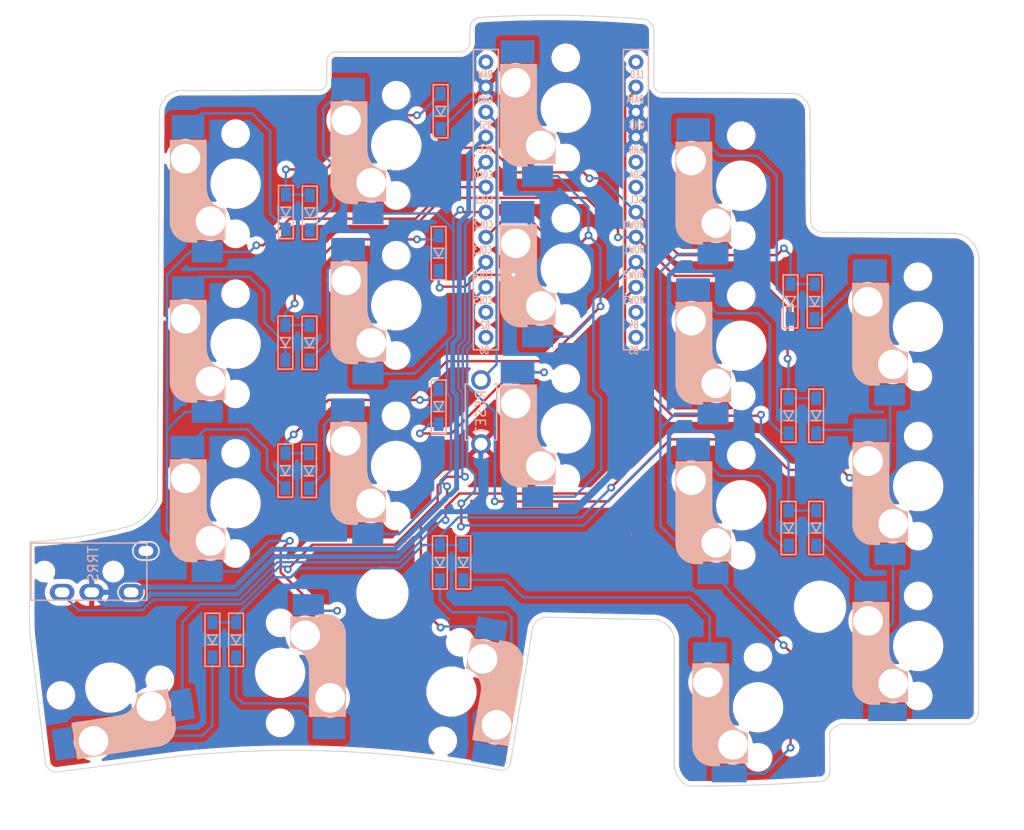
<source format=kicad_pcb>
(kicad_pcb (version 20211014) (generator pcbnew)
  (layers (0 "F.Cu" signal) (31 "B.Cu" signal) (34 "B.Paste" user) (35 "F.Paste" user) (36 "B.SilkS" user "B.Silkscreen") (37 "F.SilkS" user "F.Silkscreen") (38 "B.Mask" user) (39 "F.Mask" user) (44 "Edge.Cuts" user))
  (net 0 "")
  (net 1 "Net-(D1-Pad1)")
  (net 2 "row3")
  (net 3 "Net-(D2-Pad1)")
  (net 4 "row0")
  (net 5 "Net-(D3-Pad1)")
  (net 6 "row1")
  (net 7 "Net-(D4-Pad1)")
  (net 8 "row2")
  (net 9 "Net-(D5-Pad1)")
  (net 10 "Net-(D6-Pad1)")
  (net 11 "Net-(D7-Pad1)")
  (net 12 "Net-(D8-Pad1)")
  (net 13 "Net-(D9-Pad1)")
  (net 14 "Net-(D10-Pad1)")
  (net 15 "Net-(D11-Pad1)")
  (net 16 "Net-(D12-Pad1)")
  (net 17 "Net-(D14-Pad1)")
  (net 18 "Net-(D15-Pad1)")
  (net 19 "Net-(D16-Pad1)")
  (net 20 "Net-(D17-Pad1)")
  (net 21 "Net-(D18-Pad1)")
  (net 22 "Net-(D19-Pad1)")
  (net 23 "Net-(D13-Pad1)")
  (net 24 "VCC")
  (net 26 "data")
  (net 27 "GND")
  (net 28 "reset")
  (net 29 "col0")
  (net 30 "col1")
  (net 31 "col2")
  (net 32 "col3")
  (net 33 "col4")
  (net 34 "col5")
  (footprint "kbd:ProMicro_v2_1side" (layer "F.Cu") (at 191.655 37.575)
    (fp_text reference "U1" hide)
    (fp_text value "ProMicro" hide)
  )
  (footprint "kbd:CherryMX_Hotswap" (layer "F.Cu") (at 211.700001 88.6 90)
    (fp_text reference "SW16" hide)
    (fp_text value "SW_PUSH" hide)
  )
  (footprint "kbd:CherryMX_Hotswap" (layer "F.Cu") (at 227.950001 82.375 90)
    (fp_text reference "SW19" hide)
    (fp_text value "SW_PUSH" hide)
  )
  (footprint "kbd:CherryMX_Hotswap" (layer "F.Cu") (at 210 51.900001 90)
    (fp_text reference "SW14" hide)
    (fp_text value "SW_PUSH" hide)
  )
  (footprint "kbd:CherryMX_Hotswap" (layer "F.Cu") (at 192.2 60.3 90)
    (fp_text reference "SW12" hide)
    (fp_text value "SW_PUSH" hide)
  )
  (footprint "kbd:CherryMX_Hotswap" (layer "F.Cu") (at 158.699999 51.703179 90)
    (fp_text reference "SW3" hide)
    (fp_text value "SW_PUSH" hide)
  )
  (footprint "kbd:CherryMX_Hotswap" (layer "F.Cu") (at 210 35.65 90)
    (fp_text reference "SW13" hide)
    (fp_text value "SW_PUSH" hide)
  )
  (footprint "kbd:CherryMX_Hotswap" (layer "F.Cu") (at 174.975 64.1 90)
    (fp_text reference "SW8" hide)
    (fp_text value "SW_PUSH" hide)
  )
  (footprint "kbd:CherryMX_Hotswap" (layer "F.Cu") (at 175 47.803179 90)
    (fp_text reference "SW7" hide)
    (fp_text value "SW_PUSH" hide)
  )
  (footprint "kbd:CherryMX_Hotswap" (layer "F.Cu") (at 175 31.553179 90)
    (fp_text reference "SW6" hide)
    (fp_text value "SW_PUSH" hide)
  )
  (footprint "kbd:CherryMX_Hotswap" (layer "F.Cu") (at 158.699999 35.453179 90)
    (fp_text reference "SW2" hide)
    (fp_text value "SW_PUSH" hide)
  )
  (footprint "kbd:CherryMX_Hotswap" (layer "F.Cu") (at 158.699999 67.9 90)
    (fp_text reference "SW4" hide)
    (fp_text value "SW_PUSH" hide)
  )
  (footprint "kbd:M2_HOLE_v2" (layer "F.Cu") (at 218 78.4)
    (fp_text reference "Ref**" hide)
    (fp_text value "Val**" hide)
  )
  (footprint "" (layer "F.Cu") (at 173.6 77)
    (fp_text reference "")
    (fp_text value "")
  )
  (footprint "my_originakl:logo_bean" (layer "F.Cu") (at 200.631334 73.8775)
    (fp_text reference "G***" hide)
    (fp_text value "LOGO" hide)
  )
  (footprint "kbd:CherryMX_Hotswap" (layer "F.Cu") (at 210 68.096821 90)
    (fp_text reference "SW15" hide)
    (fp_text value "SW_PUSH" hide)
  )
  (footprint "kbd:CherryMX_Hotswap" (layer "F.Cu") (at 192.2 27.753179 90)
    (fp_text reference "SW10" hide)
    (fp_text value "SW_PUSH" hide)
  )
  (footprint "kbd:M2_HOLE_v2" (layer "F.Cu") (at 219.4 38)
    (fp_text reference "Ref**" hide)
    (fp_text value "Val**" hide)
  )
  (footprint "kbd:CherryMX_Hotswap" (layer "F.Cu") (at 192.2 44.05 90)
    (fp_text reference "SW11" hide)
    (fp_text value "SW_PUSH" hide)
  )
  (footprint "kbd:CherryMX_Hotswap" (layer "F.Cu") (at 227.925001 49.975 90)
    (fp_text reference "SW17" hide)
    (fp_text value "SW_PUSH" hide)
  )
  (footprint "kbd:CherryMX_Hotswap" (layer "F.Cu") (at 227.950001 66.15 90)
    (fp_text reference "SW18" hide)
    (fp_text value "SW_PUSH" hide)
  )
  (footprint "kbd:CherryMX_Hotswap" (layer "B.Cu") (at 163.217846 85.103179 90)
    (fp_text reference "SW5" hide)
    (fp_text value "SW_PUSH" hide)
  )
  (footprint "my_originakl:logo_MOLKS" (layer "B.Cu") (at 189.708303 79.094199 180)
    (fp_text reference "G***" hide)
    (fp_text value "LOGO" hide)
  )
  (footprint "kbd:CherryMX_Hotswap" (layer "B.Cu") (at 146 86.6 9)
    (fp_text reference "SW1" hide)
    (fp_text value "SW_PUSH" hide)
  )
  (footprint "kbd:D3_SMD_v2" (layer "B.Cu") (at 158.75 81.75 90)
    (fp_text reference "D5" hide)
    (fp_text value "DIODE" hide)
  )
  (footprint "kbd:D3_SMD_v2" (layer "B.Cu") (at 163.75 51.575 90)
    (fp_text reference "D3" hide)
    (fp_text value "DIODE" hide)
  )
  (footprint "kbd:D3_SMD_v2" (layer "B.Cu") (at 214.8 59 90)
    (fp_text reference "D14" hide)
    (fp_text value "DIODE" hide)
  )
  (footprint "kbd:D3_SMD_v2" (layer "B.Cu") (at 179.425 73.9 90)
    (fp_text reference "D9" hide)
    (fp_text value "DIODE" hide)
  )
  (footprint "kbd:D3_SMD_v2" (layer "B.Cu") (at 156.35 81.75 90)
    (fp_text reference "D1" hide)
    (fp_text value "DIODE" hide)
  )
  (footprint "kbd:D3_SMD_v2" (layer "B.Cu") (at 214.8 70.4 90)
    (fp_text reference "D15" hide)
    (fp_text value "DIODE" hide)
  )
  (footprint "kbd:D3_SMD_v2" (layer "B.Cu") (at 217.45 47.4 90)
    (fp_text reference "D17" hide)
    (fp_text value "DIODE" hide)
  )
  (footprint "kbd:D3_SMD_v2" (layer "B.Cu") (at 217.6 59 90)
    (fp_text reference "D18" hide)
    (fp_text value "DIODE" hide)
  )
  (footprint "kbd:D3_SMD_v2" (layer "B.Cu") (at 163.75 64.575 90)
    (fp_text reference "D4" hide)
    (fp_text value "DIODE" hide)
  )
  (footprint "kbd:ResetSW_1side" (layer "B.Cu") (at 183.6 58.625 90)
    (fp_text reference "SW20" hide)
    (fp_text value "RESET_SW")
  )
  (footprint "kbd:D3_SMD_v2" (layer "B.Cu") (at 181.8 73.9 90)
    (fp_text reference "D16" hide)
    (fp_text value "DIODE" hide)
  )
  (footprint "kbd:D3_SMD_v2" (layer "B.Cu") (at 166.2 51.6 90)
    (fp_text reference "D7" hide)
    (fp_text value "DIODE" hide)
  )
  (footprint "kbd:CherryMX_Hotswap" (layer "B.Cu") (at 180.6 87 80)
    (fp_text reference "SW9" hide)
    (fp_text value "SW_PUSH" hide)
  )
  (footprint "kbd:D3_SMD_v2" (layer "B.Cu") (at 179.5 28.1 90)
    (fp_text reference "D10" hide)
    (fp_text value "DIODE" hide)
  )
  (footprint "kbd:D3_SMD_v2" (layer "B.Cu") (at 179.3 58.075 90)
    (fp_text reference "D12" hide)
    (fp_text value "DIODE" hide)
  )
  (footprint "kbd:D3_SMD_v2" (layer "B.Cu") (at 217.6 70.4 90)
    (fp_text reference "D19" hide)
    (fp_text value "DIODE" hide)
  )
  (footprint "kbd:D3_SMD_v2" (layer "B.Cu") (at 166.225 38.4 90)
    (fp_text reference "D6" hide)
    (fp_text value "DIODE" hide)
  )
  (footprint "kbd:MJ-4PP-9_1side" (layer "B.Cu") (at 137.8 74.825 -90)
    (fp_text reference "J1")
    (fp_text value "TRRS_MJ-4PP-9" hide)
  )
  (footprint "kbd:D3_SMD_v2" (layer "B.Cu") (at 215 47.4 90)
    (fp_text reference "D13" hide)
    (fp_text value "DIODE" hide)
  )
  (footprint "kbd:D3_SMD_v2" (layer "B.Cu") (at 163.8 38.325 90)
    (fp_text reference "D2" hide)
    (fp_text value "DIODE" hide)
  )
  (footprint "kbd:D3_SMD_v2" (layer "B.Cu") (at 179.3 42.5 90)
    (fp_text reference "D11" hide)
    (fp_text value "DIODE" hide)
  )
  (footprint "kbd:D3_SMD_v2" (layer "B.Cu") (at 166.15 64.6 90)
    (fp_text reference "D8" hide)
    (fp_text value "DIODE" hide)
  )
  (gr_arc (start 150.975 28.15) (mid 151.756847 26.530636) (end 153.475 26) (layer "Edge.Cuts") (width 0.1))
  (gr_arc (start 186.6 94.2) (mid 186.258507 94.798135) (end 185.6 95) (layer "Edge.Cuts") (width 0.1))
  (gr_line (start 218.241995 40.375457) (end 231.765926 40.491692) (layer "Edge.Cuts") (width 0.1))
  (gr_line (start 153.475 26) (end 167.125 25.95) (layer "Edge.Cuts") (width 0.1))
  (gr_arc (start 182.475 19.65) (mid 182.784729 18.91916) (end 183.5 18.575) (layer "Edge.Cuts") (width 0.1))
  (gr_arc (start 182.475 21.175) (mid 182.181192 21.765483) (end 181.6 22.075) (layer "Edge.Cuts") (width 0.1))
  (gr_line (start 203.2 81.6) (end 203.2 94.6) (layer "Edge.Cuts") (width 0.1))
  (gr_arc (start 218.25 96.1) (mid 211.43 96.486499) (end 204.6 96.6) (layer "Edge.Cuts") (width 0.1))
  (gr_arc (start 201.175 79.7) (mid 202.526549 80.288644) (end 203.2 81.6) (layer "Edge.Cuts") (width 0.1))
  (gr_arc (start 147.925 70.225) (mid 142.91476 71.267467) (end 137.825 71.8) (layer "Edge.Cuts") (width 0.1))
  (gr_line (start 188.8 80.8) (end 186.6 94.2) (layer "Edge.Cuts") (width 0.1))
  (gr_arc (start 150.775 67.55) (mid 149.607833 69.162201) (end 147.925 70.225) (layer "Edge.Cuts") (width 0.1))
  (gr_arc (start 167.95 22.975) (mid 168.302472 22.27618) (end 169.05 22.075) (layer "Edge.Cuts") (width 0.1))
  (gr_arc (start 188.8 80.8) (mid 189.175679 79.925604) (end 190 79.45) (layer "Edge.Cuts") (width 0.1))
  (gr_arc (start 231.765926 40.491692) (mid 233.344671 41.284137) (end 234.1125 42.875) (layer "Edge.Cuts") (width 0.1))
  (gr_line (start 150.975 28.15) (end 150.775 67.55) (layer "Edge.Cuts") (width 0.1))
  (gr_line (start 137.85 81.2) (end 139.4 94.217336) (layer "Edge.Cuts") (width 0.1))
  (gr_line (start 233.075 90.3) (end 220.7 90.3) (layer "Edge.Cuts") (width 0.1))
  (gr_line (start 201.15 19.875) (end 201.15 25.432714) (layer "Edge.Cuts") (width 0.1))
  (gr_arc (start 137.85 81.2) (mid 137.789581 79.450506) (end 137.8 77.7) (layer "Edge.Cuts") (width 0.1))
  (gr_arc (start 140.525 95.175) (mid 139.786665 94.902727) (end 139.4 94.217336) (layer "Edge.Cuts") (width 0.1))
  (gr_arc (start 219 95) (mid 218.808779 95.675304) (end 218.25 96.1) (layer "Edge.Cuts") (width 0.1))
  (gr_line (start 169.05 22.075) (end 181.6 22.075) (layer "Edge.Cuts") (width 0.1))
  (gr_line (start 234.0875 89.261701) (end 234.1125 42.875) (layer "Edge.Cuts") (width 0.1))
  (gr_arc (start 204.6 96.6) (mid 203.659455 95.768382) (end 203.2 94.6) (layer "Edge.Cuts") (width 0.1))
  (gr_line (start 190 79.45) (end 201.175 79.7) (layer "Edge.Cuts") (width 0.1))
  (gr_arc (start 234.0875 89.261701) (mid 233.744613 89.940154) (end 233.075 90.3) (layer "Edge.Cuts") (width 0.1))
  (gr_arc (start 218.241995 40.375457) (mid 217.4 40) (end 217.041995 39.150457) (layer "Edge.Cuts") (width 0.1))
  (gr_arc (start 200 18.75) (mid 200.784582 19.098254) (end 201.15 19.875) (layer "Edge.Cuts") (width 0.1))
  (gr_arc (start 167.95 25.15) (mid 167.704777 25.722505) (end 167.125 25.95) (layer "Edge.Cuts") (width 0.1))
  (gr_line (start 137.8 77.7) (end 137.825 71.8) (layer "Edge.Cuts") (width 0.1))
  (gr_arc (start 183.5 18.575) (mid 191.753268 18.354338) (end 200 18.75) (layer "Edge.Cuts") (width 0.1))
  (gr_arc (start 215.45 26.2875) (mid 216.444066 26.87475) (end 216.975 27.9) (layer "Edge.Cuts") (width 0.1))
  (gr_line (start 182.475 21.175) (end 182.475 19.65) (layer "Edge.Cuts") (width 0.1))
  (gr_line (start 140.525 95.175) (end 152.675 93.6) (layer "Edge.Cuts") (width 0.1))
  (gr_arc (start 152.675 93.6) (mid 169.18976 93.070954) (end 185.6 95) (layer "Edge.Cuts") (width 0.1))
  (gr_line (start 218.975 91.2) (end 219 95) (layer "Edge.Cuts") (width 0.1))
  (gr_line (start 167.95 25.15) (end 167.95 22.975) (layer "Edge.Cuts") (width 0.1))
  (gr_line (start 202.2 26.2125) (end 215.45 26.2875) (layer "Edge.Cuts") (width 0.1))
  (gr_line (start 216.975 27.9) (end 217.041995 39.150457) (layer "Edge.Cuts") (width 0.1))
  (gr_arc (start 202.2 26.2125) (mid 201.504476 26.052221) (end 201.15 25.432714) (layer "Edge.Cuts") (width 0.1))
  (gr_arc (start 218.975 91.2) (mid 219.680355 90.448806) (end 220.7 90.3) (layer "Edge.Cuts") (width 0.1))
  (segment (start 141.248153 91.351847) (end 141.248153 92.303067) (width 0.25) (layer "B.Cu") (net 1))
  (segment (start 155.3 91.5) (end 147.5 91.5) (width 0.25) (layer "B.Cu") (net 1))
  (segment (start 147.5 91.5) (end 146.1 90.1) (width 0.25) (layer "B.Cu") (net 1))
  (segment (start 156.35 90.45) (end 155.3 91.5) (width 0.25) (layer "B.Cu") (net 1))
  (segment (start 142.5 90.1) (end 141.248153 91.351847) (width 0.25) (layer "B.Cu") (net 1))
  (segment (start 156.35 83.525) (end 156.35 90.45) (width 0.25) (layer "B.Cu") (net 1))
  (segment (start 146.1 90.1) (end 142.5 90.1) (width 0.25) (layer "B.Cu") (net 1))
  (segment (start 198.2 47.0684) (end 199.3114 45.957) (width 0.25) (layer "F.Cu") (net 2))
  (segment (start 198.2 64.901376) (end 198.2 47.0684) (width 0.25) (layer "F.Cu") (net 2))
  (segment (start 196.800688 66.300688) (end 198.2 64.901376) (width 0.25) (layer "F.Cu") (net 2))
  (via (at 196.800688 66.300688) (size 0.8) (drill 0.4) (layers "F.Cu" "B.Cu") (net 2))
  (segment (start 179.425 72.125) (end 181.8 72.125) (width 0.25) (layer "B.Cu") (net 2))
  (segment (start 156.35 79.975) (end 158.75 79.975) (width 0.25) (layer "B.Cu") (net 2))
  (segment (start 165.225001 74.474999) (end 175.361397 74.474999) (width 0.25) (layer "B.Cu") (net 2))
  (segment (start 193.775376 69.326) (end 181.299805 69.326) (width 0.25) (layer "B.Cu") (net 2))
  (segment (start 162.7 75.4) (end 164.3 75.4) (width 0.25) (layer "B.Cu") (net 2))
  (segment (start 158.75 79.35) (end 162.7 75.4) (width 0.25) (layer "B.Cu") (net 2))
  (segment (start 164.3 75.4) (end 165.225001 74.474999) (width 0.25) (layer "B.Cu") (net 2))
  (segment (start 181.299805 69.326) (end 179.425 71.200805) (width 0.25) (layer "B.Cu") (net 2))
  (segment (start 177.711396 72.125) (end 179.425 72.125) (width 0.25) (layer "B.Cu") (net 2))
  (segment (start 158.75 79.975) (end 158.75 79.35) (width 0.25) (layer "B.Cu") (net 2))
  (segment (start 175.361397 74.474999) (end 177.711396 72.125) (width 0.25) (layer "B.Cu") (net 2))
  (segment (start 179.425 71.200805) (end 179.425 72.125) (width 0.25) (layer "B.Cu") (net 2))
  (segment (start 196.800688 66.300688) (end 193.775376 69.326) (width 0.25) (layer "B.Cu") (net 2))
  (segment (start 153.873999 29.677179) (end 155.238422 28.312756) (width 0.25) (layer "B.Cu") (net 3))
  (segment (start 162.2 38.5) (end 163.8 40.1) (width 0.25) (layer "B.Cu") (net 3))
  (segment (start 155.238422 28.312756) (end 160.387244 28.312756) (width 0.25) (layer "B.Cu") (net 3))
  (segment (start 160.387244 28.312756) (end 162.2 30.125512) (width 0.25) (layer "B.Cu") (net 3))
  (segment (start 162.2 30.125512) (end 162.2 38.5) (width 0.25) (layer "B.Cu") (net 3))
  (segment (start 163.8 34) (end 167.843644 34) (width 0.25) (layer "F.Cu") (net 4))
  (segment (start 179.104 31.804) (end 175.8 28.5) (width 0.25) (layer "F.Cu") (net 4))
  (segment (start 203.66996 42.69556) (end 199.3114 38.337) (width 0.25) (layer "F.Cu") (net 4))
  (segment (start 187.037651 34.3) (end 184.541651 31.804) (width 0.25) (layer "F.Cu") (net 4))
  (segment (start 194.6 34.9) (end 194 34.3) (width 0.25) (layer "F.Cu") (net 4))
  (segment (start 213.62894 42.69556) (end 203.66996 42.69556) (width 0.25) (layer "F.Cu") (net 4))
  (segment (start 194 34.3) (end 187.037651 34.3) (width 0.25) (layer "F.Cu") (net 4))
  (segment (start 184.541651 31.804) (end 179.104 31.804) (width 0.25) (layer "F.Cu") (net 4))
  (segment (start 167.843644 34) (end 173.343644 28.5) (width 0.25) (layer "F.Cu") (net 4))
  (segment (start 175.8 28.5) (end 177.1 28.5) (width 0.25) (layer "F.Cu") (net 4))
  (segment (start 173.343644 28.5) (end 175.8 28.5) (width 0.25) (layer "F.Cu") (net 4))
  (segment (start 214.3245 42) (end 213.62894 42.69556) (width 0.25) (layer "F.Cu") (net 4))
  (via (at 177.1 28.5) (size 0.8) (drill 0.4) (layers "F.Cu" "B.Cu") (net 4))
  (via (at 163.8 34) (size 0.8) (drill 0.4) (layers "F.Cu" "B.Cu") (net 4))
  (via (at 214.3245 42) (size 0.8) (drill 0.4) (layers "F.Cu" "B.Cu") (net 4))
  (via (at 194.6 34.9) (size 0.8) (drill 0.4) (layers "F.Cu" "B.Cu") (net 4))
  (segment (start 194.6 34.9) (end 195.8744 34.9) (width 0.25) (layer "B.Cu") (net 4))
  (segment (start 166.15 36.55) (end 166.225 36.625) (width 0.25) (layer "B.Cu") (net 4))
  (segment (start 177.1 28.5) (end 177.325 28.5) (width 0.25) (layer "B.Cu") (net 4))
  (segment (start 215 42.6755) (end 214.3245 42) (width 0.25) (layer "B.Cu") (net 4))
  (segment (start 163.8 36.55) (end 166.15 36.55) (width 0.25) (layer "B.Cu") (net 4))
  (segment (start 177.325 28.5) (end 179.5 26.325) (width 0.25) (layer "B.Cu") (net 4))
  (segment (start 215 45.625) (end 217.45 45.625) (width 0.25) (layer "B.Cu") (net 4))
  (segment (start 195.8744 34.9) (end 199.3114 38.337) (width 0.25) (layer "B.Cu") (net 4))
  (segment (start 215 45.625) (end 215 42.6755) (width 0.25) (layer "B.Cu") (net 4))
  (segment (start 163.8 36.55) (end 163.8 34) (width 0.25) (layer "B.Cu") (net 4))
  (segment (start 161.6 49.5) (end 163.75 51.65) (width 0.25) (layer "B.Cu") (net 5))
  (segment (start 153.873999 45.990679) (end 154.009321 45.990679) (width 0.25) (layer "B.Cu") (net 5))
  (segment (start 154.009321 45.990679) (end 155.1 44.9) (width 0.25) (layer "B.Cu") (net 5))
  (segment (start 155.1 44.9) (end 160.1 44.9) (width 0.25) (layer "B.Cu") (net 5))
  (segment (start 161.6 46.4) (end 161.6 49.5) (width 0.25) (layer "B.Cu") (net 5))
  (segment (start 163.75 51.65) (end 163.75 53.35) (width 0.25) (layer "B.Cu") (net 5))
  (segment (start 160.1 44.9) (end 161.6 46.4) (width 0.25) (layer "B.Cu") (net 5))
  (segment (start 211.5 44.8) (end 214.7 48) (width 0.25) (layer "F.Cu") (net 6))
  (segment (start 175.5 41.1) (end 177.1 41.1) (width 0.25) (layer "F.Cu") (net 6))
  (segment (start 164.7 45.6) (end 169.2 41.1) (width 0.25) (layer "F.Cu") (net 6))
  (segment (start 194.284 36.884) (end 179.716 36.884) (width 0.25) (layer "F.Cu") (net 6))
  (segment (start 203.2344 44.8) (end 211.5 44.8) (width 0.25) (layer "F.Cu") (net 6))
  (segment (start 169.2 41.1) (end 175.5 41.1) (width 0.25) (layer "F.Cu") (net 6))
  (segment (start 164.7 47.6) (end 164.7 45.6) (width 0.25) (layer "F.Cu") (net 6))
  (segment (start 214.7 48) (end 214.7 53.2) (width 0.25) (layer "F.Cu") (net 6))
  (segment (start 197.4999 40.0999) (end 194.284 36.884) (width 0.25) (layer "F.Cu") (net 6))
  (segment (start 199.3114 40.877) (end 203.2344 44.8) (width 0.25) (layer "F.Cu") (net 6))
  (segment (start 179.716 36.884) (end 175.5 41.1) (width 0.25) (layer "F.Cu") (net 6))
  (segment (start 197.4999 40.9) (end 197.4999 40.0999) (width 0.25) (layer "F.Cu") (net 6))
  (via (at 164.7 47.6) (size 0.8) (drill 0.4) (layers "F.Cu" "B.Cu") (net 6))
  (via (at 177.1 41.1) (size 0.8) (drill 0.4) (layers "F.Cu" "B.Cu") (net 6))
  (via (at 197.4999 40.9) (size 0.8) (drill 0.4) (layers "F.Cu" "B.Cu") (net 6))
  (via (at 214.7 53.2) (size 0.8) (drill 0.4) (layers "F.Cu" "B.Cu") (net 6))
  (segment (start 178.925 41.1) (end 179.3 40.725) (width 0.25) (layer "B.Cu") (net 6))
  (segment (start 163.75 49.8) (end 163.75 48.55) (width 0.25) (layer "B.Cu") (net 6))
  (segment (start 166.175 49.8) (end 166.2 49.825) (width 0.25) (layer "B.Cu") (net 6))
  (segment (start 163.75 49.8) (end 166.175 49.8) (width 0.25) (layer "B.Cu") (net 6))
  (segment (start 214.8 57.225) (end 217.6 57.225) (width 0.25) (layer "B.Cu") (net 6))
  (segment (start 214.7 53.2) (end 214.8 53.3) (width 0.25) (layer "B.Cu") (net 6))
  (segment (start 163.75 48.55) (end 164.7 47.6) (width 0.25) (layer "B.Cu") (net 6))
  (segment (start 198.854 40.9) (end 198.877 40.877) (width 0.25) (layer "B.Cu") (net 6))
  (segment (start 198.877 40.877) (end 199.3114 40.877) (width 0.25) (layer "B.Cu") (net 6))
  (segment (start 177.1 41.1) (end 178.925 41.1) (width 0.25) (layer "B.Cu") (net 6))
  (segment (start 214.8 53.3) (end 214.8 57.225) (width 0.25) (layer "B.Cu") (net 6))
  (segment (start 197.4999 40.9) (end 198.854 40.9) (width 0.25) (layer "B.Cu") (net 6))
  (segment (start 159.897333 60.397333) (end 161.9 62.4) (width 0.25) (layer "B.Cu") (net 7))
  (segment (start 161.9 64.5) (end 163.75 66.35) (width 0.25) (layer "B.Cu") (net 7))
  (segment (start 155.600666 60.397333) (end 159.897333 60.397333) (width 0.25) (layer "B.Cu") (net 7))
  (segment (start 153.810499 62.1875) (end 155.600666 60.397333) (width 0.25) (layer "B.Cu") (net 7))
  (segment (start 161.9 62.4) (end 161.9 64.5) (width 0.25) (layer "B.Cu") (net 7))
  (segment (start 180.135707 53.464293) (end 176.2 57.4) (width 0.25) (layer "F.Cu") (net 8))
  (segment (start 200.5 56.5) (end 200.5 44.6056) (width 0.25) (layer "F.Cu") (net 8))
  (segment (start 164.6 60.9) (end 168.1 57.4) (width 0.25) (layer "F.Cu") (net 8))
  (segment (start 211.9 59) (end 203 59) (width 0.25) (layer "F.Cu") (net 8))
  (segment (start 212 58.9) (end 211.9 59) (width 0.25) (layer "F.Cu") (net 8))
  (segment (start 200.5 44.6056) (end 199.3114 43.417) (width 0.25) (layer "F.Cu") (net 8))
  (segment (start 168.1 57.4) (end 176.2 57.4) (width 0.25) (layer "F.Cu") (net 8))
  (segment (start 176.2 57.4) (end 177.4 57.4) (width 0.25) (layer "F.Cu") (net 8))
  (segment (start 190.160207 53.464293) (end 180.135707 53.464293) (width 0.25) (layer "F.Cu") (net 8))
  (segment (start 195.7245 47.9) (end 190.160207 53.464293) (width 0.25) (layer "F.Cu") (net 8))
  (segment (start 203 59) (end 200.5 56.5) (width 0.25) (layer "F.Cu") (net 8))
  (via (at 164.6 60.9) (size 0.8) (drill 0.4) (layers "F.Cu" "B.Cu") (net 8))
  (via (at 195.7245 47.9) (size 0.8) (drill 0.4) (layers "F.Cu" "B.Cu") (net 8))
  (via (at 212 58.9) (size 0.8) (drill 0.4) (layers "F.Cu" "B.Cu") (net 8))
  (via (at 177.4 57.4) (size 0.8) (drill 0.4) (layers "F.Cu" "B.Cu") (net 8))
  (segment (start 177.4 57.4) (end 178.2 57.4) (width 0.25) (layer "B.Cu") (net 8))
  (segment (start 178.2 57.4) (end 179.3 56.3) (width 0.25) (layer "B.Cu") (net 8))
  (segment (start 195.7245 47.9) (end 195.7245 47.0039) (width 0.25) (layer "B.Cu") (net 8))
  (segment (start 212 58.9) (end 212 60.8) (width 0.25) (layer "B.Cu") (net 8))
  (segment (start 212 60.8) (end 214.8 63.6) (width 0.25) (layer "B.Cu") (net 8))
  (segment (start 214.8 63.6) (end 214.8 68.625) (width 0.25) (layer "B.Cu") (net 8))
  (segment (start 163.75 62.8) (end 163.75 61.75) (width 0.25) (layer "B.Cu") (net 8))
  (segment (start 163.75 61.75) (end 164.6 60.9) (width 0.25) (layer "B.Cu") (net 8))
  (segment (start 163.75 62.8) (end 166.125 62.8) (width 0.25) (layer "B.Cu") (net 8))
  (segment (start 166.125 62.8) (end 166.15 62.825) (width 0.25) (layer "B.Cu") (net 8))
  (segment (start 195.7245 47.0039) (end 199.3114 43.417) (width 0.25) (layer "B.Cu") (net 8))
  (segment (start 214.8 68.625) (end 217.6 68.625) (width 0.25) (layer "B.Cu") (net 8))
  (segment (start 165.618667 88.2) (end 168.170846 90.752179) (width 0.25) (layer "B.Cu") (net 9))
  (segment (start 158.75 87.494271) (end 159.455729 88.2) (width 0.25) (layer "B.Cu") (net 9))
  (segment (start 158.75 83.525) (end 158.75 87.494271) (width 0.25) (layer "B.Cu") (net 9))
  (segment (start 159.455729 88.2) (end 165.618667 88.2) (width 0.25) (layer "B.Cu") (net 9))
  (segment (start 168.7 33.6) (end 168.7 37.7) (width 0.25) (layer "B.Cu") (net 10))
  (segment (start 170.1105 25.840679) (end 169.5415 25.840679) (width 0.25) (layer "B.Cu") (net 10))
  (segment (start 169.5415 25.840679) (end 167.6 27.782179) (width 0.25) (layer "B.Cu") (net 10))
  (segment (start 168.7 37.7) (end 166.225 40.175) (width 0.25) (layer "B.Cu") (net 10))
  (segment (start 167.6 27.782179) (end 167.6 32.5) (width 0.25) (layer "B.Cu") (net 10))
  (segment (start 167.6 32.5) (end 168.7 33.6) (width 0.25) (layer "B.Cu") (net 10))
  (segment (start 168.044999 51.530001) (end 166.2 53.375) (width 0.25) (layer "B.Cu") (net 11))
  (segment (start 168.044999 44.15618) (end 168.044999 51.530001) (width 0.25) (layer "B.Cu") (net 11))
  (segment (start 170.1105 42.090679) (end 168.044999 44.15618) (width 0.25) (layer "B.Cu") (net 11))
  (segment (start 167.7 64.825) (end 167.7 59.9) (width 0.25) (layer "B.Cu") (net 12))
  (segment (start 167.7 59.9) (end 169.2125 58.3875) (width 0.25) (layer "B.Cu") (net 12))
  (segment (start 169.2125 58.3875) (end 170.0855 58.3875) (width 0.25) (layer "B.Cu") (net 12))
  (segment (start 166.15 66.375) (end 167.7 64.825) (width 0.25) (layer "B.Cu") (net 12))
  (segment (start 184.445306 93.349696) (end 182.9 91.80439) (width 0.25) (layer "B.Cu") (net 13))
  (segment (start 180.65 78.95) (end 179.425 77.725) (width 0.25) (layer "B.Cu") (net 13))
  (segment (start 182.9 91.80439) (end 182.9 89.3) (width 0.25) (layer "B.Cu") (net 13))
  (segment (start 179.425 77.725) (end 179.425 75.675) (width 0.25) (layer "B.Cu") (net 13))
  (segment (start 186.691829 79.491829) (end 186.15 78.95) (width 0.25) (layer "B.Cu") (net 13))
  (segment (start 182.9 89.3) (end 184 88.2) (width 0.25) (layer "B.Cu") (net 13))
  (segment (start 184 86.4) (end 186.691829 83.708171) (width 0.25) (layer "B.Cu") (net 13))
  (segment (start 184 88.2) (end 184 86.4) (width 0.25) (layer "B.Cu") (net 13))
  (segment (start 186.15 78.95) (end 180.65 78.95) (width 0.25) (layer "B.Cu") (net 13))
  (segment (start 186.691829 83.708171) (end 186.691829 79.491829) (width 0.25) (layer "B.Cu") (net 13))
  (segment (start 179.625 29.875) (end 182.6 26.9) (width 0.25) (layer "B.Cu") (net 14))
  (segment (start 179.5 29.875) (end 179.625 29.875) (width 0.25) (layer "B.Cu") (net 14))
  (segment (start 185.1784 24.172779) (end 187.3105 22.040679) (width 0.25) (layer "B.Cu") (net 14))
  (segment (start 185.1784 26.1216) (end 185.1784 24.172779) (width 0.25) (layer "B.Cu") (net 14))
  (segment (start 184.4 26.9) (end 185.1784 26.1216) (width 0.25) (layer "B.Cu") (net 14))
  (segment (start 182.6 26.9) (end 184.4 26.9) (width 0.25) (layer "B.Cu") (net 14))
  (segment (start 179.5 45.9) (end 179.4 46) (width 0.25) (layer "F.Cu") (net 15))
  (segment (start 182 45.9) (end 179.5 45.9) (width 0.25) (layer "F.Cu") (net 15))
  (segment (start 183.2 44.7) (end 182 45.9) (width 0.25) (layer "F.Cu") (net 15))
  (segment (start 186.9 44.7) (end 183.2 44.7) (width 0.25) (layer "F.Cu") (net 15))
  (via (at 179.4 46) (size 0.8) (drill 0.4) (layers "F.Cu" "B.Cu") (net 15))
  (via (at 186.9 44.7) (size 0.8) (drill 0.4) (layers "F.Cu" "B.Cu") (net 15))
  (segment (start 186.9 44.7) (end 189 42.6) (width 0.25) (layer "B.Cu") (net 15))
  (segment (start 179.3 44.275) (end 179.3 45.9) (width 0.25) (layer "B.Cu") (net 15))
  (segment (start 189 42.6) (end 189 40.027) (width 0.25) (layer "B.Cu") (net 15))
  (segment (start 189 40.027) (end 187.3105 38.3375) (width 0.25) (layer "B.Cu") (net 15))
  (segment (start 179.3 45.9) (end 179.4 46) (width 0.25) (layer "B.Cu") (net 15))
  (segment (start 186.1 55.3) (end 186.8 54.6) (width 0.25) (layer "F.Cu") (net 16))
  (segment (start 177.4 60.8) (end 180.6 60.8) (width 0.25) (layer "F.Cu") (net 16))
  (segment (start 186.8 54.6) (end 190 54.6) (width 0.25) (layer "F.Cu") (net 16))
  (segment (start 180.6 60.8) (end 186.1 55.3) (width 0.25) (layer "F.Cu") (net 16))
  (via (at 190 54.6) (size 0.8) (drill 0.4) (layers "F.Cu" "B.Cu") (net 16))
  (via (at 177.4 60.8) (size 0.8) (drill 0.4) (layers "F.Cu" "B.Cu") (net 16))
  (segment (start 179.3 59.85) (end 178.35 59.85) (width 0.25) (layer "B.Cu") (net 16))
  (segment (start 189.9875 54.5875) (end 187.3105 54.5875) (width 0.25) (layer "B.Cu") (net 16))
  (segment (start 178.35 59.85) (end 177.4 60.8) (width 0.25) (layer "B.Cu") (net 16))
  (segment (start 190 54.6) (end 189.9875 54.5875) (width 0.25) (layer "B.Cu") (net 16))
  (segment (start 214.05 60.775) (end 212.9 59.625) (width 0.25) (layer "B.Cu") (net 17))
  (segment (start 212.9 59.625) (end 212.9 49.8) (width 0.25) (layer "B.Cu") (net 17))
  (segment (start 212.9 49.8) (end 211.7 48.6) (width 0.25) (layer "B.Cu") (net 17))
  (segment (start 211.7 48.6) (end 207.522999 48.6) (width 0.25) (layer "B.Cu") (net 17))
  (segment (start 207.522999 48.6) (end 205.1105 46.187501) (width 0.25) (layer "B.Cu") (net 17))
  (segment (start 214.8 60.775) (end 214.05 60.775) (width 0.25) (layer "B.Cu") (net 17))
  (segment (start 212.9 71.025) (end 212.9 66.2) (width 0.25) (layer "B.Cu") (net 18))
  (segment (start 207.826179 65.1) (end 205.1105 62.384321) (width 0.25) (layer "B.Cu") (net 18))
  (segment (start 212.9 66.2) (end 211.8 65.1) (width 0.25) (layer "B.Cu") (net 18))
  (segment (start 214.05 72.175) (end 212.9 71.025) (width 0.25) (layer "B.Cu") (net 18))
  (segment (start 214.8 72.175) (end 214.05 72.175) (width 0.25) (layer "B.Cu") (net 18))
  (segment (start 211.8 65.1) (end 207.826179 65.1) (width 0.25) (layer "B.Cu") (net 18))
  (segment (start 204.8 77.45) (end 206.810501 79.460501) (width 0.25) (layer "B.Cu") (net 19))
  (segment (start 186.1 75.65) (end 187.9 77.45) (width 0.25) (layer "B.Cu") (net 19))
  (segment (start 181.8 75.675) (end 181.825 75.65) (width 0.25) (layer "B.Cu") (net 19))
  (segment (start 206.810501 79.460501) (end 206.810501 83.0145) (width 0.25) (layer "B.Cu") (net 19))
  (segment (start 187.9 77.45) (end 204.8 77.45) (width 0.25) (layer "B.Cu") (net 19))
  (segment (start 181.825 75.65) (end 186.1 75.65) (width 0.25) (layer "B.Cu") (net 19))
  (segment (start 223.035501 44.2625) (end 218.123001 49.175) (width 0.25) (layer "B.Cu") (net 20))
  (segment (start 218.123001 49.175) (end 217.45 49.175) (width 0.25) (layer "B.Cu") (net 20))
  (segment (start 223.060501 60.4375) (end 217.9375 60.4375) (width 0.25) (layer "B.Cu") (net 21))
  (segment (start 217.9375 60.4375) (end 217.6 60.775) (width 0.25) (layer "B.Cu") (net 21))
  (segment (start 223.124001 76.7895) (end 218.509501 72.175) (width 0.25) (layer "B.Cu") (net 22))
  (segment (start 218.509501 72.175) (end 217.6 72.175) (width 0.25) (layer "B.Cu") (net 22))
  (segment (start 211.6 32.6) (end 207.773 32.6) (width 0.25) (layer "B.Cu") (net 23))
  (segment (start 207.773 32.6) (end 205.1105 29.9375) (width 0.25) (layer "B.Cu") (net 23))
  (segment (start 213.6 34.6) (end 211.6 32.6) (width 0.25) (layer "B.Cu") (net 23))
  (segment (start 215 47.475) (end 213.6 46.075) (width 0.25) (layer "B.Cu") (net 23))
  (segment (start 213.6 46.075) (end 213.6 34.6) (width 0.25) (layer "B.Cu") (net 23))
  (segment (start 215 49.175) (end 215 47.475) (width 0.25) (layer "B.Cu") (net 23))
  (segment (start 181.4 39.402082) (end 181.4 51.013173) (width 0.5) (layer "B.Cu") (net 24))
  (segment (start 180.384579 67.012299) (end 174.845878 72.551) (width 0.5) (layer "B.Cu") (net 24))
  (segment (start 180.514381 67.012299) (end 180.384579 67.012299) (width 0.5) (layer "B.Cu") (net 24))
  (segment (start 182.35 32.4584) (end 182.35 38.452082) (width 0.5) (layer "B.Cu") (net 24))
  (segment (start 162.449 72.551) (end 158.6 76.4) (width 0.5) (layer "B.Cu") (net 24))
  (segment (start 181.125 66.40168) (end 180.514381 67.012299) (width 0.5) (layer "B.Cu") (net 24))
  (segment (start 181.125 56.910964) (end 181.125 66.40168) (width 0.5) (layer "B.Cu") (net 24))
  (segment (start 174.845878 72.551) (end 162.449 72.551) (width 0.5) (layer "B.Cu") (net 24))
  (segment (start 181.4 51.013173) (end 180.725 51.688174) (width 0.5) (layer "B.Cu") (net 24))
  (segment (start 182.35 38.452082) (end 181.4 39.402082) (width 0.5) (layer "B.Cu") (net 24))
  (segment (start 184.0914 30.717) (end 182.35 32.4584) (width 0.5) (layer "B.Cu") (net 24))
  (segment (start 158.6 76.4) (end 149.2 76.4) (width 0.5) (layer "B.Cu") (net 24))
  (segment (start 180.725 56.510965) (end 181.125 56.910964) (width 0.5) (layer "B.Cu") (net 24))
  (segment (start 180.725 51.688174) (end 180.725 56.510965) (width 0.5) (layer "B.Cu") (net 24))
  (segment (start 195 66.9) (end 197.75 64.15) (width 0.25) (layer "F.Cu") (net 26))
  (segment (start 198.2244 27.0756) (end 199.3114 25.9886) (width 0.25) (layer "F.Cu") (net 26))
  (segment (start 197.75 46.882004) (end 198.2244 46.407604) (width 0.25) (layer "F.Cu") (net 26))
  (segment (start 180 68.3) (end 181.4 66.9) (width 0.25) (layer "F.Cu") (net 26))
  (segment (start 180 69.6005) (end 180 68.3) (width 0.25) (layer "F.Cu") (net 26))
  (segment (start 199.3114 25.9886) (end 199.3114 25.637) (width 0.25) (layer "F.Cu") (net 26))
  (segment (start 197.75 64.15) (end 197.75 46.882004) (width 0.25) (layer "F.Cu") (net 26))
  (segment (start 198.2244 46.407604) (end 198.2244 27.0756) (width 0.25) (layer "F.Cu") (net 26))
  (segment (start 181.4 66.9) (end 195 66.9) (width 0.25) (layer "F.Cu") (net 26))
  (via (at 180 69.6005) (size 0.8) (drill 0.4) (layers "F.Cu" "B.Cu") (net 26))
  (segment (start 179.5995 69.6005) (end 175.330025 73.869975) (width 0.25) (layer "B.Cu") (net 26))
  (segment (start 141.1 77.1) (end 141.1 76.925) (width 0.25) (layer "B.Cu") (net 26))
  (segment (start 180 69.6005) (end 179.5995 69.6005) (width 0.25) (layer "B.Cu") (net 26))
  (segment (start 149.255939 78.75) (end 142.75 78.75) (width 0.25) (layer "B.Cu") (net 26))
  (segment (start 142.75 78.75) (end 141.1 77.1) (width 0.25) (layer "B.Cu") (net 26))
  (segment (start 159.128123 77.675) (end 150.330939 77.675) (width 0.25) (layer "B.Cu") (net 26))
  (segment (start 162.933147 73.869975) (end 159.128123 77.675) (width 0.25) (layer "B.Cu") (net 26))
  (segment (start 175.330025 73.869975) (end 162.933147 73.869975) (width 0.25) (layer "B.Cu") (net 26))
  (segment (start 150.330939 77.675) (end 149.255939 78.75) (width 0.25) (layer "B.Cu") (net 26))
  (segment (start 185.5 19.9) (end 194.7 19.9) (width 0.5) (layer "B.Cu") (net 27))
  (segment (start 162.694975 73.294975) (end 175.091853 73.294975) (width 0.5) (layer "B.Cu") (net 27))
  (segment (start 144.1 76.925) (end 145.35 78.175) (width 0.5) (layer "B.Cu") (net 27))
  (segment (start 181.049 68.751) (end 193.149 68.751) (width 0.5) (layer "B.Cu") (net 27))
  (segment (start 198.039228 23.359572) (end 198.039228 26.904828) (width 0.5) (layer "B.Cu") (net 27))
  (segment (start 184.0914 25.637) (end 182.8794 24.425) (width 0.5) (layer "B.Cu") (net 27))
  (segment (start 183.568414 67.131586) (end 181.949 68.751) (width 0.5) (layer "B.Cu") (net 27))
  (segment (start 145.35 78.175) (end 149.017767 78.175) (width 0.5) (layer "B.Cu") (net 27))
  (segment (start 193.149 68.751) (end 200.5 61.4) (width 0.5) (layer "B.Cu") (net 27))
  (segment (start 181.949 68.751) (end 181.049 68.751) (width 0.5) (layer "B.Cu") (net 27))
  (segment (start 182.8794 24.425) (end 182.8794 22.5206) (width 0.5) (layer "B.Cu") (net 27))
  (segment (start 183.568414 61.906586) (end 183.568414 67.131586) (width 0.5) (layer "B.Cu") (net 27))
  (segment (start 198.039228 26.904828) (end 199.3114 28.177) (width 0.5) (layer "B.Cu") (net 27))
  (segment (start 158.88995 77.1) (end 162.694975 73.294975) (width 0.5) (layer "B.Cu") (net 27))
  (segment (start 182.8794 22.5206) (end 185.5 19.9) (width 0.5) (layer "B.Cu") (net 27))
  (segment (start 200.5234 31.929) (end 200.5234 59.3234) (width 0.5) (layer "B.Cu") (net 27))
  (segment (start 200.5 61.4) (end 200.5 58.8) (width 0.5) (layer "B.Cu") (net 27))
  (segment (start 183.6 61.875) (end 183.568414 61.906586) (width 0.5) (layer "B.Cu") (net 27))
  (segment (start 150.092767 77.1) (end 158.88995 77.1) (width 0.5) (layer "B.Cu") (net 27))
  (segment (start 179.635828 68.751) (end 181.049 68.751) (width 0.5) (layer "B.Cu") (net 27))
  (segment (start 198.0994 23.2994) (end 198.039228 23.359572) (width 0.5) (layer "B.Cu") (net 27))
  (segment (start 149.017767 78.175) (end 150.092767 77.1) (width 0.5) (layer "B.Cu") (net 27))
  (segment (start 199.3114 30.717) (end 200.5234 31.929) (width 0.5) (layer "B.Cu") (net 27))
  (segment (start 194.7 19.9) (end 198.0994 23.2994) (width 0.5) (layer "B.Cu") (net 27))
  (segment (start 199.3114 30.717) (end 199.3114 28.177) (width 0.5) (layer "B.Cu") (net 27))
  (segment (start 175.091853 73.294975) (end 179.635828 68.751) (width 0.5) (layer "B.Cu") (net 27))
  (segment (start 185.1784 53.7966) (end 185.1784 29.264) (width 0.25) (layer "B.Cu") (net 28))
  (segment (start 185.1784 29.264) (end 184.0914 28.177) (width 0.25) (layer "B.Cu") (net 28))
  (segment (start 183.6 55.375) (end 185.1784 53.7966) (width 0.25) (layer "B.Cu") (net 28))
  (segment (start 179.2 66.1) (end 179.2 67.8) (width 0.25) (layer "F.Cu") (net 29))
  (segment (start 166.494475 72.1) (end 164 74.594475) (width 0.25) (layer "F.Cu") (net 29))
  (segment (start 180.1 65.2) (end 179.2 66.1) (width 0.25) (layer "F.Cu") (net 29))
  (segment (start 179.2 67.8) (end 174.9 72.1) (width 0.25) (layer "F.Cu") (net 29))
  (segment (start 181.9745 65.2) (end 180.1 65.2) (width 0.25) (layer "F.Cu") (net 29))
  (segment (start 174.9 72.1) (end 166.494475 72.1) (width 0.25) (layer "F.Cu") (net 29))
  (via (at 181.9745 65.2) (size 0.8) (drill 0.4) (layers "F.Cu" "B.Cu") (net 29))
  (via (at 164 74.594475) (size 0.8) (drill 0.4) (layers "F.Cu" "B.Cu") (net 29))
  (segment (start 181.975 51.251346) (end 181.975 39.640254) (width 0.25) (layer "B.Cu") (net 29))
  (segment (start 181.7 64.9255) (end 181.7 56.672792) (width 0.25) (layer "B.Cu") (net 29))
  (segment (start 153.284861 88.349435) (end 153.284861 79.940139) (width 0.25) (layer "B.Cu") (net 29))
  (segment (start 159.338604 78.125) (end 163.143629 74.319975) (width 0.25) (layer "B.Cu") (net 29))
  (segment (start 163.143629 74.319975) (end 163.7255 74.319975) (width 0.25) (layer "B.Cu") (net 29))
  (segment (start 182.925 34.4234) (end 184.0914 33.257) (width 0.25) (layer "B.Cu") (net 29))
  (segment (start 155.1 78.125) (end 159.338604 78.125) (width 0.25) (layer "B.Cu") (net 29))
  (segment (start 181.3 56.272792) (end 181.3 51.926346) (width 0.25) (layer "B.Cu") (net 29))
  (segment (start 181.7 56.672792) (end 181.3 56.272792) (width 0.25) (layer "B.Cu") (net 29))
  (segment (start 181.3 51.926346) (end 181.975 51.251346) (width 0.25) (layer "B.Cu") (net 29))
  (segment (start 182.925 38.690254) (end 182.925 34.4234) (width 0.25) (layer "B.Cu") (net 29))
  (segment (start 163.7255 74.319975) (end 164 74.594475) (width 0.25) (layer "B.Cu") (net 29))
  (segment (start 153.284861 79.940139) (end 155.1 78.125) (width 0.25) (layer "B.Cu") (net 29))
  (segment (start 181.975 39.640254) (end 182.925 38.690254) (width 0.25) (layer "B.Cu") (net 29))
  (segment (start 181.9745 65.2) (end 181.7 64.9255) (width 0.25) (layer "B.Cu") (net 29))
  (segment (start 180.166604 35.797) (end 184.0914 35.797) (width 0.25) (layer "F.Cu") (net 30))
  (segment (start 163.275 74.89478) (end 163.275 72.6265) (width 0.25) (layer "F.Cu") (net 30))
  (segment (start 163.275 72.6265) (end 164.2 71.7015) (width 0.25) (layer "F.Cu") (net 30))
  (segment (start 164.2 39) (end 176.963604 39) (width 0.25) (layer "F.Cu") (net 30))
  (segment (start 160.8 41.7) (end 161.5 41.7) (width 0.25) (layer "F.Cu") (net 30))
  (segment (start 167.18022 78.8) (end 163.275 74.89478) (width 0.25) (layer "F.Cu") (net 30))
  (segment (start 176.963604 39) (end 180.166604 35.797) (width 0.25) (layer "F.Cu") (net 30))
  (segment (start 161.5 41.7) (end 164.2 39) (width 0.25) (layer "F.Cu") (net 30))
  (segment (start 169 78.8) (end 167.18022 78.8) (width 0.25) (layer "F.Cu") (net 30))
  (via (at 169 78.8) (size 0.8) (drill 0.4) (layers "F.Cu" "B.Cu") (net 30))
  (via (at 164.2 71.7015) (size 0.8) (drill 0.4) (layers "F.Cu" "B.Cu") (net 30))
  (via (at 160.8 41.7) (size 0.8) (drill 0.4) (layers "F.Cu" "B.Cu") (net 30))
  (segment (start 151.744998 44.67318) (end 154.043499 42.374679) (width 0.25) (layer "B.Cu") (net 30))
  (segment (start 160.125321 42.374679) (end 155.832499 42.374679) (width 0.25) (layer "B.Cu") (net 30))
  (segment (start 158.977124 74.8215) (end 155.832499 74.8215) (width 0.25) (layer "B.Cu") (net 30))
  (segment (start 160.8 41.7) (end 160.125321 42.374679) (width 0.25) (layer "B.Cu") (net 30))
  (segment (start 154.043499 42.374679) (end 155.832499 42.374679) (width 0.25) (layer "B.Cu") (net 30))
  (segment (start 162.097124 71.7015) (end 158.977124 74.8215) (width 0.25) (layer "B.Cu") (net 30))
  (segment (start 166.703667 78.8) (end 166.085346 78.181679) (width 0.25) (layer "B.Cu") (net 30))
  (segment (start 153.565317 58.624679) (end 151.744998 60.444998) (width 0.25) (layer "B.Cu") (net 30))
  (segment (start 155.832499 74.8215) (end 151.744998 70.733999) (width 0.25) (layer "B.Cu") (net 30))
  (segment (start 151.744998 70.733999) (end 151.744998 60.444998) (width 0.25) (layer "B.Cu") (net 30))
  (segment (start 169 78.8) (end 166.703667 78.8) (width 0.25) (layer "B.Cu") (net 30))
  (segment (start 151.744998 60.444998) (end 151.744998 44.67318) (width 0.25) (layer "B.Cu") (net 30))
  (segment (start 155.832499 58.624679) (end 153.565317 58.624679) (width 0.25) (layer "B.Cu") (net 30))
  (segment (start 164.2 71.7015) (end 162.097124 71.7015) (width 0.25) (layer "B.Cu") (net 30))
  (segment (start 181.737 38.337) (end 181.5 38.1) (width 0.25) (layer "F.Cu") (net 31))
  (segment (start 184.0914 38.337) (end 181.737 38.337) (width 0.25) (layer "F.Cu") (net 31))
  (segment (start 180.162299 66.162299) (end 180.162299 67.474097) (width 0.25) (layer "F.Cu") (net 31))
  (segment (start 177.5 70.136396) (end 177.5 78.5) (width 0.25) (layer "F.Cu") (net 31))
  (segment (start 177.5 78.5) (end 179.5 80.5) (width 0.25) (layer "F.Cu") (net 31))
  (segment (start 180.162299 67.474097) (end 177.5 70.136396) (width 0.25) (layer "F.Cu") (net 31))
  (via (at 179.5 80.5) (size 0.8) (drill 0.4) (layers "F.Cu" "B.Cu") (net 31))
  (via (at 180.162299 66.162299) (size 0.8) (drill 0.4) (layers "F.Cu" "B.Cu") (net 31))
  (via (at 181.5 38.1) (size 0.8) (drill 0.4) (layers "F.Cu" "B.Cu") (net 31))
  (segment (start 179.5 80.5) (end 179.6 80.4) (width 0.25) (layer "B.Cu") (net 31))
  (segment (start 180.162299 66.162299) (end 180.1 66.224598) (width 0.25) (layer "B.Cu") (net 31))
  (segment (start 180.062299 66.162299) (end 179.5 65.6) (width 0.25) (layer "B.Cu") (net 31))
  (segment (start 180.8 50.8) (end 176.875321 54.724679) (width 0.25) (layer "B.Cu") (net 31))
  (segment (start 184.344253 80.4) (end 184.625842 80.681589) (width 0.25) (layer "B.Cu") (net 31))
  (segment (start 175.2785 71.0215) (end 172.1075 71.0215) (width 0.25) (layer "B.Cu") (net 31))
  (segment (start 180.8 40.1) (end 180.8 50.8) (width 0.25) (layer "B.Cu") (net 31))
  (segment (start 176.875321 54.724679) (end 172.1325 54.724679) (width 0.25) (layer "B.Cu") (net 31))
  (segment (start 180.55 57.149137) (end 180.55 64.55) (width 0.25) (layer "B.Cu") (net 31))
  (segment (start 179.174679 38.474679) (end 180.8 40.1) (width 0.25) (layer "B.Cu") (net 31))
  (segment (start 179.6 80.4) (end 184.344253 80.4) (width 0.25) (layer "B.Cu") (net 31))
  (segment (start 180.55 64.55) (end 179.5 65.6) (width 0.25) (layer "B.Cu") (net 31))
  (segment (start 181.5 38.1) (end 180.8 38.8) (width 0.25) (layer "B.Cu") (net 31))
  (segment (start 180.5 51.1) (end 180.15 51.450001) (width 0.25) (layer "B.Cu") (net 31))
  (segment (start 179.5 66.8) (end 175.2785 71.0215) (width 0.25) (layer "B.Cu") (net 31))
  (segment (start 180.15 56.749138) (end 180.55 57.149137) (width 0.25) (layer "B.Cu") (net 31))
  (segment (start 180.162299 66.162299) (end 180.062299 66.162299) (width 0.25) (layer "B.Cu") (net 31))
  (segment (start 180.15 51.450001) (end 180.15 56.749138) (width 0.25) (layer "B.Cu") (net 31))
  (segment (start 180.8 38.8) (end 180.8 40.1) (width 0.25) (layer "B.Cu") (net 31))
  (segment (start 179.5 65.6) (end 179.5 66.8) (width 0.25) (layer "B.Cu") (net 31))
  (segment (start 172.1325 38.474679) (end 179.174679 38.474679) (width 0.25) (layer "B.Cu") (net 31))
  (segment (start 188.782332 39.3) (end 185.6684 39.3) (width 0.25) (layer "F.Cu") (net 32))
  (segment (start 193.807333 41.392667) (end 190.874999 41.392667) (width 0.25) (layer "F.Cu") (net 32))
  (segment (start 185.6684 39.3) (end 184.0914 40.877) (width 0.25) (layer "F.Cu") (net 32))
  (segment (start 190.874999 41.392667) (end 188.782332 39.3) (width 0.25) (layer "F.Cu") (net 32))
  (segment (start 194.5 40.7) (end 193.807333 41.392667) (width 0.25) (layer "F.Cu") (net 32))
  (via (at 194.5 40.7) (size 0.8) (drill 0.4) (layers "F.Cu" "B.Cu") (net 32))
  (segment (start 195.8 64.5) (end 193.0785 67.2215) (width 0.25) (layer "B.Cu") (net 32))
  (segment (start 195 48.9) (end 195 56.4) (width 0.25) (layer "B.Cu") (net 32))
  (segment (start 194.9995 48.8005) (end 192.8285 50.9715) (width 0.25) (layer "B.Cu") (net 32))
  (segment (start 194.5 40.7) (end 195.7 41.9) (width 0.25) (layer "B.Cu") (net 32))
  (segment (start 192.8285 50.9715) (end 189.3325 50.9715) (width 0.25) (layer "B.Cu") (net 32))
  (segment (start 194.9995 47.092504) (end 194.9995 48.8005) (width 0.25) (layer "B.Cu") (net 32))
  (segment (start 189.3325 34.674679) (end 191.374679 34.674679) (width 0.25) (layer "B.Cu") (net 32))
  (segment (start 195 56.4) (end 195.8 57.2) (width 0.25) (layer "B.Cu") (net 32))
  (segment (start 191.374679 34.674679) (end 194.5 37.8) (width 0.25) (layer "B.Cu") (net 32))
  (segment (start 194.5 37.8) (end 194.5 40.7) (width 0.25) (layer "B.Cu") (net 32))
  (segment (start 193.0785 67.2215) (end 189.3325 67.2215) (width 0.25) (layer "B.Cu") (net 32))
  (segment (start 195.8 57.2) (end 195.8 64.5) (width 0.25) (layer "B.Cu") (net 32))
  (segment (start 195.7 46.392004) (end 194.9995 47.092504) (width 0.25) (layer "B.Cu") (net 32))
  (segment (start 195.7 41.9) (end 195.7 46.392004) (width 0.25) (layer "B.Cu") (net 32))
  (segment (start 181.598562 70.226036) (end 181.598562 67.900062) (width 0.25) (layer "F.Cu") (net 33))
  (segment (start 215 83) (end 214.3 82.3) (width 0.25) (layer "F.Cu") (net 33))
  (segment (start 215 92.7) (end 215 83) (width 0.25) (layer "F.Cu") (net 33))
  (segment (start 181.562299 70.262299) (end 181.598562 70.226036) (width 0.25) (layer "F.Cu") (net 33))
  (via (at 181.598562 67.900062) (size 0.8) (drill 0.4) (layers "F.Cu" "B.Cu") (net 33))
  (via (at 215 92.7) (size 0.8) (drill 0.4) (layers "F.Cu" "B.Cu") (net 33))
  (via (at 214.3 82.3) (size 0.8) (drill 0.4) (layers "F.Cu" "B.Cu") (net 33))
  (via (at 181.562299 70.262299) (size 0.8) (drill 0.4) (layers "F.Cu" "B.Cu") (net 33))
  (segment (start 184.0914 43.417) (end 182.425 45.0834) (width 0.25) (layer "B.Cu") (net 33))
  (segment (start 212.369 95.331) (end 215 92.7) (width 0.25) (layer "B.Cu") (net 33))
  (segment (start 207.1325 58.821501) (end 207.110999 58.8) (width 0.25) (layer "B.Cu") (net 33))
  (segment (start 203.6285 42.5715) (end 207.1325 42.5715) (width 0.25) (layer "B.Cu") (net 33))
  (segment (start 208.75709 76.75709) (end 208.75709 76.64291) (width 0.25) (layer "B.Cu") (net 33))
  (segment (start 181.687049 70.137549) (end 193.989132 70.137549) (width 0.25) (layer "B.Cu") (net 33))
  (segment (start 182.2 64.2) (end 182.993414 64.993414) (width 0.25) (layer "B.Cu") (net 33))
  (segment (start 182.425 45.0834) (end 182.425 51.437742) (width 0.25) (layer "B.Cu") (net 33))
  (segment (start 201.8 70.183821) (end 201.8 62.326681) (width 0.25) (layer "B.Cu") (net 33))
  (segment (start 181.75 52.112742) (end 181.75 56.086396) (width 0.25) (layer "B.Cu") (net 33))
  (segment (start 182.2 56.536396) (end 182.2 64.2) (width 0.25) (layer "B.Cu") (net 33))
  (segment (start 214.3 82.3) (end 208.75709 76.75709) (width 0.25) (layer "B.Cu") (net 33))
  (segment (start 201.8 60.3) (end 201.8 60.2) (width 0.25) (layer "B.Cu") (net 33))
  (segment (start 182.425 51.437742) (end 181.75 52.112742) (width 0.25) (layer "B.Cu") (net 33))
  (segment (start 201.8 60.2) (end 201.8 44.4) (width 0.25) (layer "B.Cu") (net 33))
  (segment (start 206.6345 75.018321) (end 201.8 70.183821) (width 0.25) (layer "B.Cu") (net 33))
  (segment (start 181.699938 67.900062) (end 181.598562 67.900062) (width 0.25) (layer "B.Cu") (net 33))
  (segment (start 201.8 44.4) (end 203.6285 42.5715) (width 0.25) (layer "B.Cu") (net 33))
  (segment (start 207.1325 75.018321) (end 206.6345 75.018321) (width 0.25) (layer "B.Cu") (net 33))
  (segment (start 207.1325 75.018321) (end 208.75709 76.64291) (width 0.25) (layer "B.Cu") (net 33))
  (segment (start 208.779001 95.331) (end 212.369 95.331) (width 0.25) (layer "B.Cu") (net 33))
  (segment (start 182.993414 64.993414) (end 182.993414 66.606586) (width 0.25) (layer "B.Cu") (net 33))
  (segment (start 207.110999 58.8) (end 203.3 58.8) (width 0.25) (layer "B.Cu") (net 33))
  (segment (start 203.3 58.8) (end 201.8 60.3) (width 0.25) (layer "B.Cu") (net 33))
  (segment (start 181.562299 70.262299) (end 181.687049 70.137549) (width 0.25) (layer "B.Cu") (net 33))
  (segment (start 181.75 56.086396) (end 182.2 56.536396) (width 0.25) (layer "B.Cu") (net 33))
  (segment (start 182.993414 66.606586) (end 181.699938 67.900062) (width 0.25) (layer "B.Cu") (net 33))
  (segment (start 201.8 62.326681) (end 201.8 60.2) (width 0.25) (layer "B.Cu") (net 33))
  (segment (start 193.989132 70.137549) (end 201.8 62.326681) (width 0.25) (layer "B.Cu") (net 33))
  (segment (start 214.8 64.5) (end 220.2 64.5) (width 0.25) (layer "F.Cu") (net 34))
  (segment (start 202.8 61.4) (end 211.7 61.4) (width 0.25) (layer "F.Cu") (net 34))
  (segment (start 211.7 61.4) (end 214.8 64.5) (width 0.25) (layer "F.Cu") (net 34))
  (segment (start 220.2 64.5) (end 221 65.3) (width 0.25) (layer "F.Cu") (net 34))
  (segment (start 196.5 67.7) (end 202.8 61.4) (width 0.25) (layer "F.Cu") (net 34))
  (segment (start 185 67.7) (end 196.5 67.7) (width 0.25) (layer "F.Cu") (net 34))
  (via (at 221 65.3) (size 0.8) (drill 0.4) (layers "F.Cu" "B.Cu") (net 34))
  (via (at 185 67.7) (size 0.8) (drill 0.4) (layers "F.Cu" "B.Cu") (net 34))
  (segment (start 225.1 56.938999) (end 225.057501 56.8965) (width 0.25) (layer "B.Cu") (net 34))
  (segment (start 221 65.3) (end 223.144999 67.444999) (width 0.25) (layer "B.Cu") (net 34))
  (segment (start 223.255001 71.244) (end 223.255001 67.444999) (width 0.25) (layer "B.Cu") (net 34))
  (segment (start 224.838501 89.106) (end 222.620001 86.8875) (width 0.25) (layer "B.Cu") (net 34))
  (segment (start 185 58.6) (end 185 67.7) (width 0.25) (layer "B.Cu") (net 34))
  (segment (start 184.6 58.3) (end 184.7 58.3) (width 0.25) (layer "B.Cu") (net 34))
  (segment (start 225.4 80) (end 225.4 73.388999) (width 0.25) (layer "B.Cu") (net 34))
  (segment (start 223.255001 67.444999) (end 223.255001 65.944999) (width 0.25) (layer "B.Cu") (net 34))
  (segment (start 182.875 47.1734) (end 182.875 51.624138) (width 0.25) (layer "B.Cu") (net 34))
  (segment (start 184.0914 45.957) (end 182.875 47.1734) (width 0.25) (layer "B.Cu") (net 34))
  (segment (start 182.2 52.299138) (end 182.2 55.9) (width 0.25) (layer "B.Cu") (net 34))
  (segment (start 184.7 58.3) (end 185 58.6) (width 0.25) (layer "B.Cu") (net 34))
  (segment (start 223.255001 65.944999) (end 225.1 64.1) (width 0.25) (layer "B.Cu") (net 34))
  (segment (start 225.082501 73.0715) (end 223.255001 71.244) (width 0.25) (layer "B.Cu") (net 34))
  (segment (start 182.2 55.9) (end 184.6 58.3) (width 0.25) (layer "B.Cu") (net 34))
  (segment (start 222.620001 82.779999) (end 225.4 80) (width 0.25) (layer "B.Cu") (net 34))
  (segment (start 225.1 64.1) (end 225.1 56.938999) (width 0.25) (layer "B.Cu") (net 34))
  (segment (start 182.875 51.624138) (end 182.2 52.299138) (width 0.25) (layer "B.Cu") (net 34))
  (segment (start 222.620001 86.8875) (end 222.620001 82.779999) (width 0.25) (layer "B.Cu") (net 34))
  (segment (start 225.4 73.388999) (end 225.082501 73.0715) (width 0.25) (layer "B.Cu") (net 34))
  (segment (start 223.144999 67.444999) (end 223.255001 67.444999) (width 0.25) (layer "B.Cu") (net 34))
  (zone (net 27) (net_name "GND") (layer "F.Cu") (connect_pads (clearance 0.508)) (min_thickness 0.254) (fill yes (thermal_gap 0.508) (thermal_bridge_width 0.508))
    (polygon (pts (xy 211.2 20.2) (xy 229.3 33.5) (xy 236.795113 42.392579) (xy 235.595113 91.692579) (xy 221.7 98.9) (xy 203.8 100.9) (xy 167.9 97.2) (xy 138.3 98.6) (xy 135.3 85) (xy 136.1 66.9) (xy 147.8 63.9) (xy 150 26.9) (xy 165.4 21.7) (xy 190.4 17.4)))
  )
  (zone (net 27) (net_name "GND") (layer "B.Cu") (connect_pads (clearance 0.508)) (min_thickness 0.254) (fill yes (thermal_gap 0.508) (thermal_bridge_width 0.508))
    (polygon (pts (xy 209.5 19) (xy 222.2 25.6) (xy 230.6 31.1) (xy 238.7 43.5) (xy 236.327695 92.213607) (xy 220.727695 99.713607) (xy 203.3 101.1) (xy 184.3 98.9) (xy 166.8 97) (xy 139.2 98.7) (xy 134.8 84.9) (xy 136 67.2) (xy 148.4 63) (xy 149.4 45.4) (xy 149.4 26.6) (xy 167.9 20.9) (xy 188.6 16.8)))
  )
)
</source>
